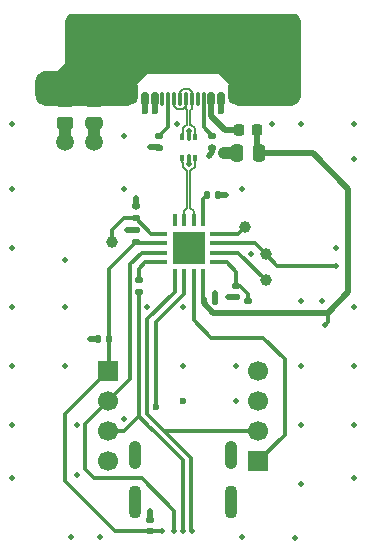
<source format=gbl>
G04 #@! TF.GenerationSoftware,KiCad,Pcbnew,9.0.4*
G04 #@! TF.CreationDate,2025-09-08T01:23:02+09:00*
G04 #@! TF.ProjectId,561SmartCard-USB,35363153-6d61-4727-9443-6172642d5553,rev?*
G04 #@! TF.SameCoordinates,Original*
G04 #@! TF.FileFunction,Copper,L4,Bot*
G04 #@! TF.FilePolarity,Positive*
%FSLAX46Y46*%
G04 Gerber Fmt 4.6, Leading zero omitted, Abs format (unit mm)*
G04 Created by KiCad (PCBNEW 9.0.4) date 2025-09-08 01:23:02*
%MOMM*%
%LPD*%
G01*
G04 APERTURE LIST*
G04 Aperture macros list*
%AMRoundRect*
0 Rectangle with rounded corners*
0 $1 Rounding radius*
0 $2 $3 $4 $5 $6 $7 $8 $9 X,Y pos of 4 corners*
0 Add a 4 corners polygon primitive as box body*
4,1,4,$2,$3,$4,$5,$6,$7,$8,$9,$2,$3,0*
0 Add four circle primitives for the rounded corners*
1,1,$1+$1,$2,$3*
1,1,$1+$1,$4,$5*
1,1,$1+$1,$6,$7*
1,1,$1+$1,$8,$9*
0 Add four rect primitives between the rounded corners*
20,1,$1+$1,$2,$3,$4,$5,0*
20,1,$1+$1,$4,$5,$6,$7,0*
20,1,$1+$1,$6,$7,$8,$9,0*
20,1,$1+$1,$8,$9,$2,$3,0*%
G04 Aperture macros list end*
G04 #@! TA.AperFunction,ComponentPad*
%ADD10O,1.100000X2.800000*%
G04 #@! TD*
G04 #@! TA.AperFunction,ComponentPad*
%ADD11O,1.100000X2.400000*%
G04 #@! TD*
G04 #@! TA.AperFunction,ComponentPad*
%ADD12R,1.700000X1.700000*%
G04 #@! TD*
G04 #@! TA.AperFunction,ComponentPad*
%ADD13C,1.700000*%
G04 #@! TD*
G04 #@! TA.AperFunction,SMDPad,CuDef*
%ADD14RoundRect,0.250000X0.450000X-0.262500X0.450000X0.262500X-0.450000X0.262500X-0.450000X-0.262500X0*%
G04 #@! TD*
G04 #@! TA.AperFunction,SMDPad,CuDef*
%ADD15RoundRect,0.135000X-0.185000X0.135000X-0.185000X-0.135000X0.185000X-0.135000X0.185000X0.135000X0*%
G04 #@! TD*
G04 #@! TA.AperFunction,SMDPad,CuDef*
%ADD16RoundRect,0.140000X-0.140000X-0.170000X0.140000X-0.170000X0.140000X0.170000X-0.140000X0.170000X0*%
G04 #@! TD*
G04 #@! TA.AperFunction,SMDPad,CuDef*
%ADD17C,1.000000*%
G04 #@! TD*
G04 #@! TA.AperFunction,SMDPad,CuDef*
%ADD18RoundRect,0.140000X0.140000X0.170000X-0.140000X0.170000X-0.140000X-0.170000X0.140000X-0.170000X0*%
G04 #@! TD*
G04 #@! TA.AperFunction,SMDPad,CuDef*
%ADD19RoundRect,0.135000X0.185000X-0.135000X0.185000X0.135000X-0.185000X0.135000X-0.185000X-0.135000X0*%
G04 #@! TD*
G04 #@! TA.AperFunction,SMDPad,CuDef*
%ADD20RoundRect,0.093750X-0.093750X0.156250X-0.093750X-0.156250X0.093750X-0.156250X0.093750X0.156250X0*%
G04 #@! TD*
G04 #@! TA.AperFunction,SMDPad,CuDef*
%ADD21RoundRect,0.075000X-0.075000X0.250000X-0.075000X-0.250000X0.075000X-0.250000X0.075000X0.250000X0*%
G04 #@! TD*
G04 #@! TA.AperFunction,SMDPad,CuDef*
%ADD22RoundRect,0.140000X-0.170000X0.140000X-0.170000X-0.140000X0.170000X-0.140000X0.170000X0.140000X0*%
G04 #@! TD*
G04 #@! TA.AperFunction,SMDPad,CuDef*
%ADD23RoundRect,0.250000X0.475000X-0.250000X0.475000X0.250000X-0.475000X0.250000X-0.475000X-0.250000X0*%
G04 #@! TD*
G04 #@! TA.AperFunction,SMDPad,CuDef*
%ADD24RoundRect,0.140000X0.170000X-0.140000X0.170000X0.140000X-0.170000X0.140000X-0.170000X-0.140000X0*%
G04 #@! TD*
G04 #@! TA.AperFunction,SMDPad,CuDef*
%ADD25RoundRect,0.218750X-0.218750X-0.256250X0.218750X-0.256250X0.218750X0.256250X-0.218750X0.256250X0*%
G04 #@! TD*
G04 #@! TA.AperFunction,SMDPad,CuDef*
%ADD26RoundRect,0.150000X-0.150000X-0.425000X0.150000X-0.425000X0.150000X0.425000X-0.150000X0.425000X0*%
G04 #@! TD*
G04 #@! TA.AperFunction,SMDPad,CuDef*
%ADD27RoundRect,0.075000X-0.075000X-0.500000X0.075000X-0.500000X0.075000X0.500000X-0.075000X0.500000X0*%
G04 #@! TD*
G04 #@! TA.AperFunction,HeatsinkPad*
%ADD28O,1.000000X1.800000*%
G04 #@! TD*
G04 #@! TA.AperFunction,HeatsinkPad*
%ADD29O,1.000000X2.100000*%
G04 #@! TD*
G04 #@! TA.AperFunction,SMDPad,CuDef*
%ADD30RoundRect,0.087500X0.087500X-0.437500X0.087500X0.437500X-0.087500X0.437500X-0.087500X-0.437500X0*%
G04 #@! TD*
G04 #@! TA.AperFunction,SMDPad,CuDef*
%ADD31RoundRect,0.087500X0.437500X-0.087500X0.437500X0.087500X-0.437500X0.087500X-0.437500X-0.087500X0*%
G04 #@! TD*
G04 #@! TA.AperFunction,HeatsinkPad*
%ADD32R,2.700000X2.700000*%
G04 #@! TD*
G04 #@! TA.AperFunction,SMDPad,CuDef*
%ADD33RoundRect,0.250000X-0.250000X-0.475000X0.250000X-0.475000X0.250000X0.475000X-0.250000X0.475000X0*%
G04 #@! TD*
G04 #@! TA.AperFunction,ViaPad*
%ADD34C,0.600000*%
G04 #@! TD*
G04 #@! TA.AperFunction,ViaPad*
%ADD35C,0.500000*%
G04 #@! TD*
G04 #@! TA.AperFunction,ViaPad*
%ADD36C,1.000000*%
G04 #@! TD*
G04 #@! TA.AperFunction,ViaPad*
%ADD37C,1.500000*%
G04 #@! TD*
G04 #@! TA.AperFunction,Conductor*
%ADD38C,0.300000*%
G04 #@! TD*
G04 #@! TA.AperFunction,Conductor*
%ADD39C,0.500000*%
G04 #@! TD*
G04 #@! TA.AperFunction,Conductor*
%ADD40C,1.000000*%
G04 #@! TD*
G04 #@! TA.AperFunction,Conductor*
%ADD41C,0.165000*%
G04 #@! TD*
G04 APERTURE END LIST*
D10*
X104100000Y-111550000D03*
D11*
X104100000Y-107500000D03*
D10*
X95900000Y-111550000D03*
D11*
X95900000Y-107500000D03*
D12*
X93650000Y-100440000D03*
D13*
X93650000Y-102980000D03*
X93650000Y-105520000D03*
X93650000Y-108060000D03*
D12*
X106350000Y-108060000D03*
D13*
X106350000Y-105520000D03*
X106350000Y-102980000D03*
X106350000Y-100440000D03*
D14*
X90000000Y-79412500D03*
X90000000Y-77587500D03*
D15*
X96000000Y-86490000D03*
X96000000Y-87510000D03*
D16*
X92770000Y-97750000D03*
X93730000Y-97750000D03*
D17*
X107000000Y-92750000D03*
D15*
X105500000Y-94490000D03*
X105500000Y-95510000D03*
D18*
X102730000Y-94500000D03*
X101770000Y-94500000D03*
D19*
X102500000Y-81510000D03*
X102500000Y-80490000D03*
D20*
X99962500Y-80650000D03*
D21*
X100500000Y-80575000D03*
D20*
X101037500Y-80650000D03*
X101037500Y-82350000D03*
D21*
X100500000Y-82425000D03*
D20*
X99962500Y-82350000D03*
D22*
X97250000Y-113000000D03*
X97250000Y-113960000D03*
D19*
X98000000Y-81510000D03*
X98000000Y-80490000D03*
D23*
X92500000Y-79450000D03*
X92500000Y-77550000D03*
D24*
X104500000Y-94155000D03*
X104500000Y-93195000D03*
D17*
X94000000Y-89500000D03*
D18*
X102980000Y-85500000D03*
X102020000Y-85500000D03*
D17*
X107000000Y-90500000D03*
X105250000Y-88250000D03*
D25*
X104712500Y-80000000D03*
X106287500Y-80000000D03*
D26*
X96800000Y-77380000D03*
X97600000Y-77380000D03*
D27*
X98750000Y-77380000D03*
X99750000Y-77380000D03*
X100250000Y-77380000D03*
X101250000Y-77380000D03*
D26*
X102400000Y-77380000D03*
X103200000Y-77380000D03*
X103200000Y-77380000D03*
X102400000Y-77380000D03*
D27*
X101750000Y-77380000D03*
X100750000Y-77380000D03*
X99250000Y-77380000D03*
X98250000Y-77380000D03*
D26*
X97600000Y-77380000D03*
X96800000Y-77380000D03*
D28*
X95680000Y-72625000D03*
D29*
X95680000Y-76805000D03*
D28*
X104320000Y-72625000D03*
D29*
X104320000Y-76805000D03*
D30*
X101700000Y-92325000D03*
X100900000Y-92325000D03*
X100100000Y-92325000D03*
X99300000Y-92325000D03*
D31*
X98175000Y-91200000D03*
X98175000Y-90400000D03*
X98175000Y-89600000D03*
X98175000Y-88800000D03*
D30*
X99300000Y-87675000D03*
X100100000Y-87675000D03*
X100900000Y-87675000D03*
X101700000Y-87675000D03*
D31*
X102825000Y-88800000D03*
X102825000Y-89600000D03*
X102825000Y-90400000D03*
X102825000Y-91200000D03*
D32*
X100500000Y-90000000D03*
D19*
X96250000Y-93760000D03*
X96250000Y-92740000D03*
D33*
X104550000Y-82000000D03*
X106450000Y-82000000D03*
D22*
X96000000Y-88520000D03*
X96000000Y-89480000D03*
D34*
X100000000Y-103000000D03*
D35*
X90500000Y-70500000D03*
X88000000Y-77500000D03*
X109500000Y-70500000D03*
X88000000Y-75500000D03*
X109500000Y-77500000D03*
X100000000Y-74500000D03*
X100000000Y-70500000D03*
X90250000Y-75000000D03*
X102750000Y-93800000D03*
X100000000Y-95000000D03*
X90500000Y-114500000D03*
X111750000Y-94500000D03*
X95000000Y-80500000D03*
X105750000Y-90500000D03*
X114500000Y-100000000D03*
X110000000Y-110000000D03*
X91000000Y-109250000D03*
D34*
X96800000Y-78400000D03*
D35*
X110000000Y-79500000D03*
X97000000Y-95000000D03*
X114500000Y-95000000D03*
X103800000Y-94150000D03*
X85500000Y-95000000D03*
X90000000Y-100000000D03*
X107500000Y-79500000D03*
X114500000Y-82500000D03*
X110000000Y-94500000D03*
X97250000Y-112300000D03*
X95000000Y-104500000D03*
X102200000Y-82200000D03*
X104500000Y-100000000D03*
X97250000Y-81500000D03*
D36*
X103500000Y-82000000D03*
D35*
X91000000Y-105000000D03*
X110000000Y-100000000D03*
X105000000Y-114500000D03*
X103650000Y-85500000D03*
X85500000Y-79500000D03*
X93000000Y-114500000D03*
X85500000Y-109500000D03*
X114500000Y-79500000D03*
X90000000Y-91000000D03*
X99500000Y-79500000D03*
X85500000Y-90000000D03*
X85500000Y-105000000D03*
X85500000Y-85000000D03*
X90000000Y-95000000D03*
X104500000Y-103000000D03*
D37*
X92500000Y-81000000D03*
D35*
X96000000Y-85800000D03*
X95000000Y-85000000D03*
X113000000Y-90000000D03*
X95250000Y-88500000D03*
D37*
X90000000Y-81000000D03*
D35*
X100000000Y-100000000D03*
X114500000Y-105000000D03*
X92100000Y-97750000D03*
X114500000Y-109500000D03*
X100500000Y-80100000D03*
X105000000Y-85000000D03*
X85500000Y-100000000D03*
D34*
X103200000Y-78400000D03*
D35*
X109500000Y-114550000D03*
X110000000Y-105000000D03*
X112000000Y-96500000D03*
X98250000Y-114000000D03*
X113000000Y-91500000D03*
D34*
X97600000Y-78400000D03*
X102400000Y-78400000D03*
D35*
X100500000Y-82900000D03*
X100000000Y-114000000D03*
X100750000Y-114000000D03*
X99250000Y-114000000D03*
D34*
X97750000Y-103500000D03*
D38*
X98420000Y-105520000D02*
X98400000Y-105500000D01*
X98400000Y-105500000D02*
X100650000Y-107750000D01*
X106350000Y-105520000D02*
X98420000Y-105520000D01*
X97000000Y-104100000D02*
X98400000Y-105500000D01*
X100650000Y-113900000D02*
X100650000Y-107750000D01*
X100750000Y-114000000D02*
X100650000Y-113900000D01*
X108600000Y-99400000D02*
X108600000Y-105810000D01*
X108600000Y-105810000D02*
X106350000Y-108060000D01*
X106800000Y-97600000D02*
X108600000Y-99400000D01*
X100900000Y-96100000D02*
X102400000Y-97600000D01*
X102400000Y-97600000D02*
X106800000Y-97600000D01*
X100900000Y-92325000D02*
X100900000Y-96100000D01*
X106350000Y-105520000D02*
X105920000Y-105950000D01*
D39*
X97250000Y-113000000D02*
X97250000Y-112300000D01*
X102980000Y-85500000D02*
X103650000Y-85500000D01*
X102500000Y-81480000D02*
X102500000Y-81900000D01*
X103200000Y-77380000D02*
X103200000Y-78300000D01*
X92770000Y-97750000D02*
X92100000Y-97750000D01*
D38*
X100500000Y-80575000D02*
X100500000Y-80100000D01*
D39*
X102730000Y-93820000D02*
X102750000Y-93800000D01*
X96000000Y-86520000D02*
X96000000Y-85800000D01*
X96800000Y-77380000D02*
X96800000Y-78300000D01*
D40*
X92500000Y-79450000D02*
X92500000Y-81000000D01*
D39*
X103200000Y-78300000D02*
X103200000Y-78400000D01*
X103805000Y-94155000D02*
X103800000Y-94150000D01*
X96000000Y-88520000D02*
X95270000Y-88520000D01*
X95270000Y-88520000D02*
X95250000Y-88500000D01*
X97270000Y-81480000D02*
X97250000Y-81500000D01*
X98000000Y-81480000D02*
X97270000Y-81480000D01*
X102730000Y-94500000D02*
X102730000Y-93820000D01*
X102500000Y-81900000D02*
X102200000Y-82200000D01*
D40*
X104550000Y-82000000D02*
X103500000Y-82000000D01*
D39*
X104500000Y-94155000D02*
X103805000Y-94155000D01*
D40*
X90000000Y-79450000D02*
X90000000Y-81000000D01*
D39*
X96800000Y-78300000D02*
X96800000Y-78400000D01*
X106287500Y-80000000D02*
X106287500Y-81837500D01*
D38*
X101700000Y-94430000D02*
X101770000Y-94500000D01*
D39*
X111000000Y-82000000D02*
X106450000Y-82000000D01*
X102560318Y-95480000D02*
X101770000Y-94689682D01*
D38*
X112250000Y-95500000D02*
X112250000Y-96250000D01*
D39*
X114000000Y-93750000D02*
X114000000Y-85000000D01*
D38*
X112250000Y-96250000D02*
X112000000Y-96500000D01*
D39*
X114000000Y-85000000D02*
X111000000Y-82000000D01*
X101770000Y-94689682D02*
X101770000Y-94500000D01*
X105520000Y-95500000D02*
X105500000Y-95480000D01*
X106287500Y-81837500D02*
X106450000Y-82000000D01*
X112250000Y-95500000D02*
X105520000Y-95500000D01*
D38*
X101700000Y-92325000D02*
X101700000Y-94430000D01*
D39*
X112250000Y-95500000D02*
X114000000Y-93750000D01*
X105500000Y-95480000D02*
X102560318Y-95480000D01*
D38*
X101700000Y-87675000D02*
X101700000Y-85820000D01*
X101700000Y-85820000D02*
X102020000Y-85500000D01*
X105500000Y-93885001D02*
X104809999Y-93195000D01*
X104809999Y-93195000D02*
X104500000Y-93195000D01*
X105500000Y-94520000D02*
X105500000Y-93885001D01*
X104500000Y-93195000D02*
X104500000Y-92000000D01*
X103700000Y-91200000D02*
X102825000Y-91200000D01*
X104500000Y-92000000D02*
X103700000Y-91200000D01*
X93730000Y-97750000D02*
X93730000Y-91750000D01*
X97500000Y-113960000D02*
X94210000Y-113960000D01*
X93730000Y-100360000D02*
X93650000Y-100440000D01*
X97250000Y-113960000D02*
X98210000Y-113960000D01*
X90000000Y-104090000D02*
X93650000Y-100440000D01*
X94210000Y-113960000D02*
X90000000Y-109750000D01*
X98175000Y-89600000D02*
X96120000Y-89600000D01*
X96000000Y-89480000D02*
X93730000Y-91750000D01*
X90000000Y-109750000D02*
X90000000Y-104090000D01*
X96120000Y-89600000D02*
X96000000Y-89480000D01*
X93730000Y-97750000D02*
X93730000Y-100360000D01*
X98210000Y-113960000D02*
X98250000Y-114000000D01*
X108000000Y-91500000D02*
X113000000Y-91500000D01*
X107000000Y-90500000D02*
X106100000Y-89600000D01*
X106100000Y-89600000D02*
X102825000Y-89600000D01*
X107000000Y-90500000D02*
X108000000Y-91500000D01*
D39*
X102400000Y-77380000D02*
X102400000Y-78300000D01*
X102400000Y-78300000D02*
X102400000Y-78800000D01*
X102400000Y-78800000D02*
X103600000Y-80000000D01*
D38*
X100500000Y-82425000D02*
X100500000Y-82900000D01*
D39*
X97600000Y-77380000D02*
X97600000Y-78300000D01*
X97600000Y-78300000D02*
X97600000Y-78400000D01*
X103600000Y-80000000D02*
X104712500Y-80000000D01*
D41*
X99250000Y-77380000D02*
X99250000Y-77964074D01*
X99975574Y-78238500D02*
X100250000Y-77964074D01*
X99966500Y-79879017D02*
X100279017Y-79566500D01*
X100250000Y-77964074D02*
X100250000Y-77380000D01*
X99524426Y-78238500D02*
X99975574Y-78238500D01*
X100279017Y-79566500D02*
X100367500Y-79566500D01*
X100367500Y-79566500D02*
X100367500Y-78360001D01*
X99250000Y-77964074D02*
X99524426Y-78238500D01*
X99962500Y-80650000D02*
X99962500Y-80274999D01*
X99962500Y-80274999D02*
X99966500Y-80270999D01*
X100250000Y-78242501D02*
X100367500Y-78360001D01*
X99966500Y-80270999D02*
X99966500Y-79879017D01*
X100250000Y-77380000D02*
X100250000Y-78242501D01*
X100475574Y-76521500D02*
X100024426Y-76521500D01*
X100750000Y-77380000D02*
X100750000Y-76795926D01*
X101033500Y-80270999D02*
X101033500Y-79879017D01*
X101037500Y-80274999D02*
X101033500Y-80270999D01*
X101037500Y-80650000D02*
X101037500Y-80274999D01*
X100720983Y-79566500D02*
X100632500Y-79566500D01*
X100024426Y-76521500D02*
X99750000Y-76795926D01*
X100750000Y-78242501D02*
X100632500Y-78360001D01*
X99750000Y-76795926D02*
X99750000Y-77380000D01*
X100750000Y-76795926D02*
X100475574Y-76521500D01*
X101033500Y-79879017D02*
X100720983Y-79566500D01*
X100632500Y-79566500D02*
X100632500Y-78360001D01*
X100750000Y-77380000D02*
X100750000Y-78242501D01*
D38*
X98750000Y-79770000D02*
X98750000Y-77380000D01*
X98000000Y-80520000D02*
X98750000Y-79770000D01*
X101750000Y-79770000D02*
X102500000Y-80520000D01*
X101750000Y-77380000D02*
X101750000Y-79770000D01*
X97125000Y-105125000D02*
X97520000Y-105520000D01*
X96250000Y-104250000D02*
X97125000Y-105125000D01*
X94980000Y-105520000D02*
X96250000Y-104250000D01*
X97520000Y-105520000D02*
X100000000Y-108000000D01*
X93650000Y-105520000D02*
X94980000Y-105520000D01*
X96250000Y-93730000D02*
X96250000Y-104250000D01*
X100000000Y-114000000D02*
X100000000Y-108000000D01*
X99300000Y-93700000D02*
X97000000Y-96000000D01*
X97000000Y-96000000D02*
X97000000Y-104100000D01*
X99300000Y-92325000D02*
X99300000Y-93700000D01*
X96500000Y-109500000D02*
X92500000Y-109500000D01*
X91750000Y-108750000D02*
X91750000Y-104880000D01*
X99250000Y-114000000D02*
X99250000Y-112250000D01*
X99250000Y-112250000D02*
X96500000Y-109500000D01*
X91750000Y-104880000D02*
X93650000Y-102980000D01*
X96500000Y-90400000D02*
X98175000Y-90400000D01*
X93650000Y-102980000D02*
X95500000Y-101130000D01*
X95500000Y-101130000D02*
X95500000Y-91400000D01*
X95500000Y-91400000D02*
X96500000Y-90400000D01*
X92500000Y-109500000D02*
X91750000Y-108750000D01*
X97750000Y-96250000D02*
X97750000Y-103500000D01*
X100100000Y-92325000D02*
X100100000Y-93900000D01*
X100100000Y-93900000D02*
X97750000Y-96250000D01*
X95020000Y-87480000D02*
X96000000Y-87480000D01*
X94000000Y-89500000D02*
X94000000Y-88500000D01*
X97320000Y-88800000D02*
X96000000Y-87480000D01*
X94000000Y-88500000D02*
X95020000Y-87480000D01*
X98175000Y-88800000D02*
X97320000Y-88800000D01*
X96250000Y-91750000D02*
X96250000Y-92770000D01*
X96800000Y-91200000D02*
X96250000Y-91750000D01*
X98175000Y-91200000D02*
X96800000Y-91200000D01*
X102825000Y-88800000D02*
X104700000Y-88800000D01*
X104700000Y-88800000D02*
X105250000Y-88250000D01*
X102825000Y-90400000D02*
X104650000Y-90400000D01*
X104650000Y-90400000D02*
X107000000Y-92750000D01*
D41*
X101037500Y-82350000D02*
X101037500Y-82725001D01*
X100720983Y-83433500D02*
X100632500Y-83433500D01*
X101033500Y-82729001D02*
X101033500Y-83120983D01*
X101037500Y-82725001D02*
X101033500Y-82729001D01*
X100632500Y-86619999D02*
X100900000Y-86887499D01*
X100900000Y-86887499D02*
X100900000Y-87675000D01*
X101033500Y-83120983D02*
X100720983Y-83433500D01*
X100632500Y-83433500D02*
X100632500Y-86619999D01*
X100100000Y-87675000D02*
X100100000Y-86887499D01*
X99966500Y-82729001D02*
X99966500Y-83120983D01*
X100367500Y-83433500D02*
X100367500Y-86619999D01*
X99962500Y-82350000D02*
X99962500Y-82725001D01*
X99966500Y-83120983D02*
X100279017Y-83433500D01*
X100279017Y-83433500D02*
X100367500Y-83433500D01*
X100100000Y-86887499D02*
X100367500Y-86619999D01*
X99962500Y-82725001D02*
X99966500Y-82729001D01*
G04 #@! TA.AperFunction,Conductor*
G36*
X109611536Y-70214460D02*
G01*
X109702424Y-70289050D01*
X109710949Y-70297575D01*
X109827626Y-70439747D01*
X109834324Y-70449771D01*
X109921024Y-70611974D01*
X109925638Y-70623113D01*
X109979026Y-70799113D01*
X109981378Y-70810937D01*
X109999704Y-70996994D01*
X110000000Y-71003022D01*
X110000000Y-76996977D01*
X109999704Y-77003005D01*
X109981378Y-77189062D01*
X109979026Y-77200886D01*
X109925638Y-77376886D01*
X109921024Y-77388025D01*
X109834324Y-77550228D01*
X109827626Y-77560252D01*
X109710949Y-77702424D01*
X109702424Y-77710949D01*
X109560252Y-77827626D01*
X109550228Y-77834324D01*
X109388025Y-77921024D01*
X109376886Y-77925638D01*
X109200886Y-77979026D01*
X109189062Y-77981378D01*
X109003005Y-77999704D01*
X108996977Y-78000000D01*
X104856576Y-78000000D01*
X104850548Y-77999704D01*
X104693062Y-77984192D01*
X104681238Y-77981840D01*
X104532708Y-77936784D01*
X104521569Y-77932170D01*
X104384686Y-77859004D01*
X104374662Y-77852306D01*
X104254682Y-77753842D01*
X104246157Y-77745317D01*
X104147693Y-77625337D01*
X104140995Y-77615313D01*
X104067829Y-77478430D01*
X104063215Y-77467291D01*
X104018159Y-77318761D01*
X104015807Y-77306937D01*
X104000296Y-77149452D01*
X104000000Y-77143424D01*
X104000000Y-76250000D01*
X103000000Y-75250000D01*
X102585786Y-75250000D01*
X97414214Y-75250000D01*
X97000000Y-75250000D01*
X96000000Y-76250000D01*
X96000000Y-77143424D01*
X95999704Y-77149452D01*
X95984192Y-77306937D01*
X95981840Y-77318761D01*
X95936784Y-77467291D01*
X95932170Y-77478430D01*
X95859004Y-77615313D01*
X95852306Y-77625337D01*
X95753842Y-77745317D01*
X95745317Y-77753842D01*
X95625337Y-77852306D01*
X95615313Y-77859004D01*
X95478430Y-77932170D01*
X95467291Y-77936784D01*
X95318761Y-77981840D01*
X95306937Y-77984192D01*
X95149452Y-77999704D01*
X95143424Y-78000000D01*
X88503023Y-78000000D01*
X88496995Y-77999704D01*
X88310937Y-77981378D01*
X88299113Y-77979026D01*
X88123113Y-77925638D01*
X88111974Y-77921024D01*
X87949771Y-77834324D01*
X87939747Y-77827626D01*
X87797575Y-77710949D01*
X87789050Y-77702424D01*
X87672373Y-77560252D01*
X87665675Y-77550228D01*
X87578975Y-77388025D01*
X87574362Y-77376890D01*
X87520972Y-77200884D01*
X87518621Y-77189062D01*
X87500296Y-77003005D01*
X87500000Y-76996977D01*
X87500000Y-75940522D01*
X87500296Y-75934494D01*
X87517420Y-75760630D01*
X87519772Y-75748806D01*
X87569607Y-75584522D01*
X87574214Y-75573398D01*
X87655142Y-75421992D01*
X87661840Y-75411970D01*
X87770747Y-75279265D01*
X87779265Y-75270747D01*
X87911971Y-75161839D01*
X87921994Y-75155142D01*
X88073398Y-75074214D01*
X88084522Y-75069607D01*
X88248810Y-75019771D01*
X88260626Y-75017420D01*
X88434495Y-75000296D01*
X88440523Y-75000000D01*
X89375000Y-75000000D01*
X90000000Y-74375000D01*
X90000000Y-71003022D01*
X90000296Y-70996994D01*
X90018621Y-70810937D01*
X90020973Y-70799113D01*
X90074364Y-70623105D01*
X90078971Y-70611981D01*
X90165675Y-70449769D01*
X90172373Y-70439747D01*
X90289053Y-70297571D01*
X90297571Y-70289053D01*
X90388464Y-70214459D01*
X90427479Y-70200500D01*
X109572521Y-70200500D01*
X109611536Y-70214460D01*
G37*
G04 #@! TD.AperFunction*
M02*

</source>
